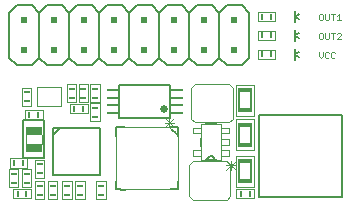
<source format=gto>
G75*
%MOIN*%
%OFA0B0*%
%FSLAX24Y24*%
%IPPOS*%
%LPD*%
%AMOC8*
5,1,8,0,0,1.08239X$1,22.5*
%
%ADD10C,0.0020*%
%ADD11R,0.0197X0.0098*%
%ADD12R,0.0039X0.0197*%
%ADD13C,0.0039*%
%ADD14R,0.0492X0.0118*%
%ADD15R,0.0079X0.0551*%
%ADD16C,0.0040*%
%ADD17C,0.0050*%
%ADD18R,0.0571X0.0295*%
%ADD19R,0.0098X0.0197*%
%ADD20R,0.0197X0.0039*%
%ADD21C,0.0256*%
%ADD22C,0.0080*%
%ADD23R,0.0394X0.0098*%
%ADD24C,0.0060*%
%ADD25C,0.0030*%
%ADD26C,0.0000*%
%ADD27R,0.0200X0.0200*%
D10*
X011282Y007943D02*
X011348Y007877D01*
X011414Y007943D01*
X011414Y008074D01*
X011482Y008041D02*
X011482Y007910D01*
X011515Y007877D01*
X011580Y007877D01*
X011613Y007910D01*
X011681Y007910D02*
X011714Y007877D01*
X011779Y007877D01*
X011812Y007910D01*
X011681Y007910D02*
X011681Y008041D01*
X011714Y008074D01*
X011779Y008074D01*
X011812Y008041D01*
X011613Y008041D02*
X011580Y008074D01*
X011515Y008074D01*
X011482Y008041D01*
X011282Y008074D02*
X011282Y007943D01*
X011315Y008507D02*
X011381Y008507D01*
X011414Y008540D01*
X011414Y008671D01*
X011381Y008704D01*
X011315Y008704D01*
X011282Y008671D01*
X011282Y008540D01*
X011315Y008507D01*
X011482Y008540D02*
X011515Y008507D01*
X011580Y008507D01*
X011613Y008540D01*
X011613Y008704D01*
X011681Y008704D02*
X011812Y008704D01*
X011747Y008704D02*
X011747Y008507D01*
X011881Y008507D02*
X012012Y008638D01*
X012012Y008671D01*
X011979Y008704D01*
X011913Y008704D01*
X011881Y008671D01*
X011881Y008507D02*
X012012Y008507D01*
X011482Y008540D02*
X011482Y008704D01*
X011515Y009137D02*
X011580Y009137D01*
X011613Y009170D01*
X011613Y009334D01*
X011681Y009334D02*
X011812Y009334D01*
X011747Y009334D02*
X011747Y009137D01*
X011881Y009137D02*
X012012Y009137D01*
X011946Y009137D02*
X011946Y009334D01*
X011881Y009268D01*
X011515Y009137D02*
X011482Y009170D01*
X011482Y009334D01*
X011414Y009301D02*
X011414Y009170D01*
X011381Y009137D01*
X011315Y009137D01*
X011282Y009170D01*
X011282Y009301D01*
X011315Y009334D01*
X011381Y009334D01*
X011414Y009301D01*
D11*
X004028Y003606D03*
X004028Y003310D03*
X003320Y003310D03*
X003320Y003606D03*
X002887Y003606D03*
X002887Y003310D03*
X002414Y003310D03*
X002414Y003606D03*
X001981Y003606D03*
X001981Y003310D03*
X001548Y003704D03*
X001548Y003999D03*
X001981Y004019D03*
X001981Y004314D03*
X001115Y003999D03*
X001115Y003704D03*
X003831Y005909D03*
X003831Y006204D03*
X003831Y006539D03*
X003831Y006834D03*
X003438Y006834D03*
X003438Y006539D03*
X003044Y006539D03*
X003044Y006834D03*
X001548Y006716D03*
X001548Y006421D03*
D12*
X001627Y006568D03*
X001469Y006568D03*
X002965Y006686D03*
X003123Y006686D03*
X003359Y006686D03*
X003516Y006686D03*
X003753Y006686D03*
X003910Y006686D03*
X003910Y006056D03*
X003753Y006056D03*
X002060Y004167D03*
X001902Y004167D03*
X001627Y003852D03*
X001469Y003852D03*
X001194Y003852D03*
X001036Y003852D03*
X001902Y003458D03*
X002060Y003458D03*
X002335Y003458D03*
X002493Y003458D03*
X002808Y003458D03*
X002965Y003458D03*
X003241Y003458D03*
X003398Y003458D03*
X003950Y003458D03*
X004107Y003458D03*
D13*
X001686Y003182D02*
X001095Y003182D01*
X001095Y003497D01*
X001686Y003497D01*
X001686Y003182D01*
X001824Y003163D02*
X002139Y003163D01*
X002139Y003753D01*
X001824Y003753D01*
X001824Y003163D01*
X001705Y003556D02*
X001390Y003556D01*
X001390Y004147D01*
X001705Y004147D01*
X001705Y003556D01*
X001824Y003871D02*
X001824Y004462D01*
X002139Y004462D01*
X002139Y003871D01*
X001824Y003871D01*
X001568Y004206D02*
X000977Y004206D01*
X000977Y004521D01*
X001568Y004521D01*
X001568Y004206D01*
X001272Y004147D02*
X000957Y004147D01*
X000957Y003556D01*
X001272Y003556D01*
X001272Y004147D01*
X002257Y003753D02*
X002257Y003163D01*
X002572Y003163D01*
X002572Y003753D01*
X002257Y003753D01*
X002729Y003753D02*
X002729Y003163D01*
X003044Y003163D01*
X003044Y003753D01*
X002729Y003753D01*
X003162Y003753D02*
X003162Y003163D01*
X003477Y003163D01*
X003477Y003753D01*
X003162Y003753D01*
X003871Y003753D02*
X003871Y003163D01*
X004186Y003163D01*
X004186Y003753D01*
X003871Y003753D01*
X003989Y005761D02*
X003674Y005761D01*
X003674Y006352D01*
X003989Y006352D01*
X003989Y005761D01*
X003576Y006017D02*
X003576Y006332D01*
X002985Y006332D01*
X002985Y006017D01*
X003576Y006017D01*
X003595Y006391D02*
X003280Y006391D01*
X003280Y006982D01*
X003595Y006982D01*
X003595Y006391D01*
X003674Y006391D02*
X003989Y006391D01*
X003989Y006982D01*
X003674Y006982D01*
X003674Y006391D01*
X003202Y006391D02*
X003202Y006982D01*
X002887Y006982D01*
X002887Y006391D01*
X003202Y006391D01*
X002690Y006253D02*
X002690Y006883D01*
X001902Y006883D01*
X001902Y006253D01*
X002690Y006253D01*
X002079Y006135D02*
X002079Y005820D01*
X001489Y005820D01*
X001489Y006135D01*
X002079Y006135D01*
X001705Y006273D02*
X001705Y006863D01*
X001390Y006863D01*
X001390Y006273D01*
X001705Y006273D01*
X006961Y004302D02*
X006961Y003267D01*
X007083Y003145D01*
X008217Y003145D01*
X008339Y003267D01*
X008339Y004302D01*
X008217Y004425D01*
X007083Y004425D01*
X006961Y004302D01*
X007162Y005720D02*
X007040Y005842D01*
X007040Y006877D01*
X007162Y006999D01*
X008296Y006999D01*
X008418Y006877D01*
X008418Y005842D01*
X008296Y005720D01*
X007162Y005720D01*
X008536Y005820D02*
X008536Y004797D01*
X009127Y004797D01*
X009127Y005820D01*
X008536Y005820D01*
X008536Y005938D02*
X009127Y005938D01*
X009127Y006962D01*
X008536Y006962D01*
X008536Y005938D01*
X008536Y004600D02*
X008536Y003576D01*
X009127Y003576D01*
X009127Y004600D01*
X008536Y004600D01*
X008536Y003497D02*
X008536Y003182D01*
X009127Y003182D01*
X009127Y003497D01*
X008536Y003497D01*
X009245Y007828D02*
X009835Y007828D01*
X009835Y008143D01*
X009245Y008143D01*
X009245Y007828D01*
X009245Y008458D02*
X009835Y008458D01*
X009835Y008773D01*
X009245Y008773D01*
X009245Y008458D01*
X009245Y009088D02*
X009835Y009088D01*
X009835Y009403D01*
X009245Y009403D01*
X009245Y009088D01*
D14*
X008831Y006785D03*
X008831Y006115D03*
X008831Y005643D03*
X008831Y004974D03*
X008831Y004423D03*
X008831Y003753D03*
D15*
X008625Y004088D03*
X009038Y004088D03*
X009038Y005308D03*
X008625Y005308D03*
X008625Y006450D03*
X009038Y006450D03*
D16*
X002044Y005301D02*
X002044Y005011D01*
X001524Y005001D02*
X001524Y005301D01*
D17*
X001430Y005781D02*
X001430Y004521D01*
X002139Y004521D01*
X002139Y005781D01*
X001430Y005781D01*
X002414Y005545D02*
X002414Y003970D01*
X002414Y004206D01*
X002414Y003970D02*
X002650Y003970D01*
X002414Y003970D02*
X003989Y003970D01*
X003753Y003970D01*
X003989Y003970D02*
X003989Y004206D01*
X003989Y003970D02*
X003989Y005545D01*
X003989Y005308D01*
X003989Y005545D02*
X003753Y005545D01*
X003989Y005545D02*
X002414Y005545D01*
X002414Y005289D02*
X002670Y005545D01*
X009304Y005978D02*
X009304Y003222D01*
X012060Y003222D01*
X012060Y005978D01*
X009304Y005978D01*
D18*
X001784Y005439D03*
X001784Y004869D03*
D19*
X001420Y004363D03*
X001125Y004363D03*
X001243Y003340D03*
X001538Y003340D03*
X001637Y005978D03*
X001932Y005978D03*
X003133Y006175D03*
X003428Y006175D03*
X008684Y003340D03*
X008979Y003340D03*
X009392Y007986D03*
X009688Y007986D03*
X009688Y008615D03*
X009392Y008615D03*
X009392Y009245D03*
X009688Y009245D03*
D20*
X009540Y009167D03*
X009540Y009324D03*
X009540Y008694D03*
X009540Y008537D03*
X009540Y008064D03*
X009540Y007907D03*
X008831Y003419D03*
X008831Y003261D03*
X003280Y006096D03*
X003280Y006253D03*
X001784Y006056D03*
X001784Y005899D03*
X001272Y004442D03*
X001272Y004285D03*
X001390Y003419D03*
X001390Y003261D03*
D21*
X006125Y006155D03*
D22*
X006331Y005860D02*
X006331Y006962D01*
X004639Y006962D01*
X004639Y005860D01*
X006331Y005860D01*
X010497Y007804D02*
X010497Y007986D01*
X010619Y008078D01*
X010497Y008167D02*
X010497Y007986D01*
X010503Y007976D02*
X010619Y007900D01*
X010497Y008434D02*
X010497Y008615D01*
X010619Y008708D01*
X010497Y008797D02*
X010497Y008615D01*
X010503Y008605D02*
X010619Y008529D01*
X010497Y009064D02*
X010497Y009245D01*
X010619Y009337D01*
X010497Y009426D02*
X010497Y009245D01*
X010503Y009235D02*
X010619Y009159D01*
D23*
X006548Y006795D03*
X006548Y006539D03*
X006548Y006283D03*
X006548Y006027D03*
X004422Y006027D03*
X004422Y006283D03*
X004422Y006539D03*
X004422Y006795D03*
D24*
X004223Y007615D02*
X004723Y007615D01*
X004973Y007865D01*
X004973Y009365D01*
X005223Y009615D01*
X005723Y009615D01*
X005973Y009365D01*
X005973Y007865D01*
X006223Y007615D01*
X006723Y007615D01*
X006973Y007865D01*
X006973Y009365D01*
X007223Y009615D01*
X007723Y009615D01*
X007973Y009365D01*
X008223Y009615D01*
X008723Y009615D01*
X008973Y009365D01*
X008973Y007865D01*
X008723Y007615D01*
X008223Y007615D01*
X007973Y007865D01*
X007973Y009365D01*
X006973Y009365D02*
X006723Y009615D01*
X006223Y009615D01*
X005973Y009365D01*
X004973Y009365D02*
X004723Y009615D01*
X004223Y009615D01*
X003973Y009365D01*
X003973Y007865D01*
X004223Y007615D01*
X003973Y007865D02*
X003723Y007615D01*
X003223Y007615D01*
X002973Y007865D01*
X002973Y009365D01*
X003223Y009615D01*
X003723Y009615D01*
X003973Y009365D01*
X002973Y009365D02*
X002723Y009615D01*
X002223Y009615D01*
X001973Y009365D01*
X001973Y007865D01*
X002223Y007615D01*
X002723Y007615D01*
X002973Y007865D01*
X001973Y007865D02*
X001723Y007615D01*
X001223Y007615D01*
X000973Y007865D01*
X000973Y009365D01*
X001223Y009615D01*
X001723Y009615D01*
X001973Y009365D01*
X004973Y007865D02*
X005223Y007615D01*
X005723Y007615D01*
X005973Y007865D01*
X006973Y007865D02*
X007223Y007615D01*
X007723Y007615D01*
X007973Y007865D01*
X007900Y005672D02*
X007480Y005672D01*
X007350Y005202D02*
X007350Y004942D01*
X007480Y004472D02*
X007570Y004472D01*
X007810Y004472D01*
X007900Y004472D01*
X007810Y004472D02*
X007808Y004493D01*
X007803Y004513D01*
X007794Y004532D01*
X007782Y004549D01*
X007767Y004564D01*
X007750Y004576D01*
X007731Y004585D01*
X007711Y004590D01*
X007690Y004592D01*
X007669Y004590D01*
X007649Y004585D01*
X007630Y004576D01*
X007613Y004564D01*
X007598Y004549D01*
X007586Y004532D01*
X007577Y004513D01*
X007572Y004493D01*
X007570Y004472D01*
X006597Y003775D02*
X006597Y003488D01*
X006309Y003488D01*
X004818Y003475D02*
X004530Y003488D01*
X004530Y003775D01*
X004530Y005267D02*
X004530Y005554D01*
X004818Y005554D01*
X006309Y005554D02*
X006597Y005554D01*
X006597Y005267D01*
X006509Y005348D02*
X006390Y005466D01*
D25*
X006458Y005552D02*
X006144Y005866D01*
X006301Y005866D02*
X006301Y005552D01*
X006144Y005552D02*
X006458Y005866D01*
X006458Y005709D02*
X006144Y005709D01*
X008201Y004439D02*
X008515Y004125D01*
X008201Y004439D01*
X008201Y004282D02*
X008515Y004282D01*
X008201Y004282D01*
X008201Y004125D02*
X008515Y004439D01*
X008201Y004125D01*
X008358Y004125D02*
X008358Y004439D01*
X008358Y004125D01*
D26*
X008030Y004472D02*
X008030Y004602D01*
X008280Y004602D01*
X008280Y004792D01*
X008030Y004792D01*
X008030Y004972D01*
X008280Y004972D01*
X008280Y005172D01*
X008030Y005172D01*
X008030Y005352D01*
X008280Y005352D01*
X008280Y005542D01*
X008030Y005542D01*
X008030Y005352D01*
X008030Y005172D02*
X008030Y004972D01*
X008030Y004792D02*
X008030Y004602D01*
X008030Y004472D02*
X007810Y004472D01*
X007570Y004472D01*
X007350Y004472D01*
X007350Y004602D01*
X007100Y004602D01*
X007100Y004792D01*
X007350Y004792D01*
X007350Y004602D01*
X007350Y004792D02*
X007350Y005352D01*
X007100Y005352D01*
X007100Y005542D01*
X007350Y005542D01*
X007350Y005352D01*
X007350Y005542D02*
X007350Y005672D01*
X008030Y005672D01*
X008030Y005542D01*
X007810Y004472D02*
X007808Y004493D01*
X007803Y004513D01*
X007794Y004532D01*
X007782Y004549D01*
X007767Y004564D01*
X007750Y004576D01*
X007731Y004585D01*
X007711Y004590D01*
X007690Y004592D01*
X007669Y004590D01*
X007649Y004585D01*
X007630Y004576D01*
X007613Y004564D01*
X007598Y004549D01*
X007586Y004532D01*
X007577Y004513D01*
X007572Y004493D01*
X007570Y004472D01*
X006597Y005263D02*
X006597Y005554D01*
X006306Y005554D01*
X004530Y005554D01*
X004530Y003488D01*
X006597Y003488D01*
X006597Y005263D01*
X006306Y005554D01*
D27*
X006473Y008115D03*
X005473Y008115D03*
X004473Y008115D03*
X003473Y008115D03*
X002473Y008115D03*
X001473Y008115D03*
X001473Y009115D03*
X002473Y009115D03*
X003473Y009115D03*
X004473Y009115D03*
X005473Y009115D03*
X006473Y009115D03*
X007473Y009115D03*
X008473Y009115D03*
X008473Y008115D03*
X007473Y008115D03*
M02*

</source>
